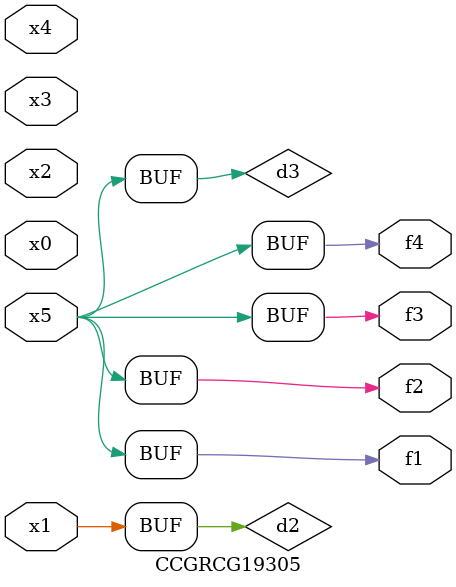
<source format=v>
module CCGRCG19305(
	input x0, x1, x2, x3, x4, x5,
	output f1, f2, f3, f4
);

	wire d1, d2, d3;

	not (d1, x5);
	or (d2, x1);
	xnor (d3, d1);
	assign f1 = d3;
	assign f2 = d3;
	assign f3 = d3;
	assign f4 = d3;
endmodule

</source>
